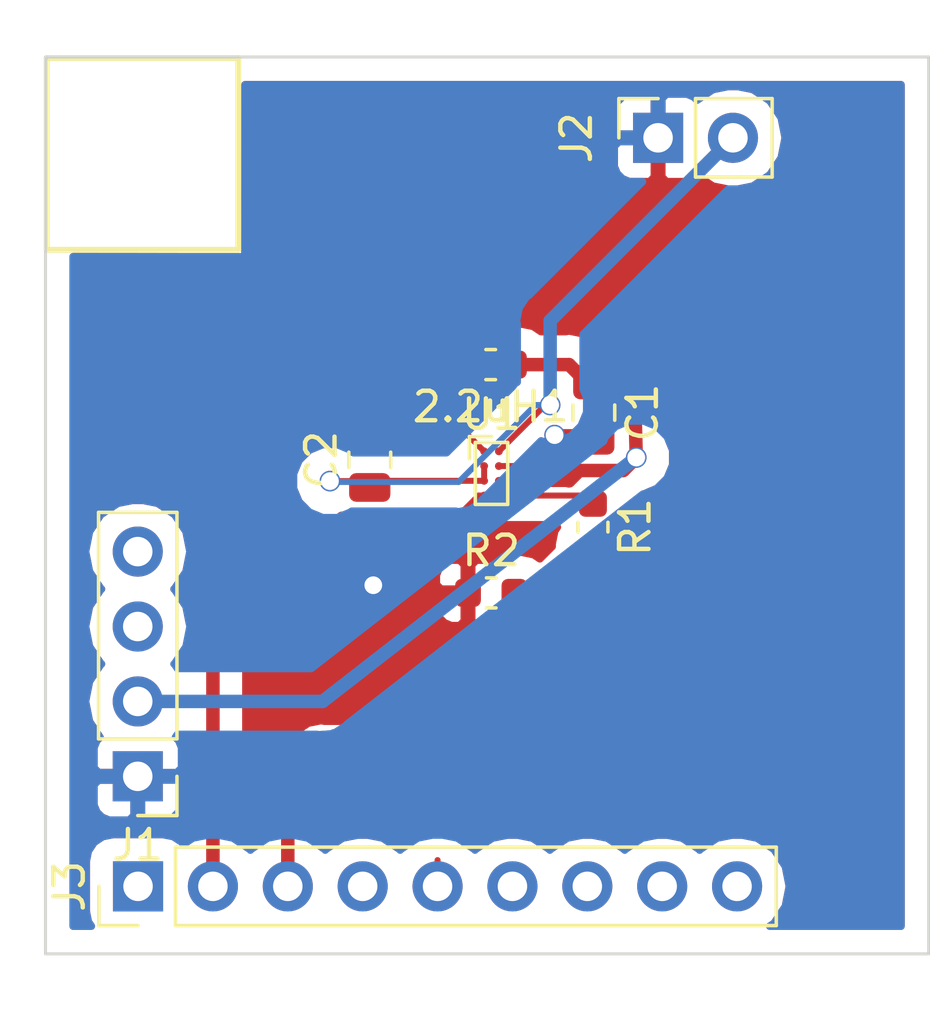
<source format=kicad_pcb>
(kicad_pcb (version 20171130) (host pcbnew "(5.0.1)-3")

  (general
    (thickness 1.6)
    (drawings 9)
    (tracks 59)
    (zones 0)
    (modules 9)
    (nets 9)
  )

  (page A4)
  (layers
    (0 F.Cu signal)
    (31 B.Cu signal)
    (32 B.Adhes user)
    (33 F.Adhes user)
    (34 B.Paste user)
    (35 F.Paste user)
    (36 B.SilkS user)
    (37 F.SilkS user)
    (38 B.Mask user)
    (39 F.Mask user)
    (40 Dwgs.User user)
    (41 Cmts.User user)
    (42 Eco1.User user)
    (43 Eco2.User user)
    (44 Edge.Cuts user)
    (45 Margin user)
    (46 B.CrtYd user)
    (47 F.CrtYd user)
    (48 B.Fab user)
    (49 F.Fab user)
  )

  (setup
    (last_trace_width 0.2032)
    (user_trace_width 0.1524)
    (user_trace_width 0.1524)
    (user_trace_width 0.4572)
    (user_trace_width 0.4572)
    (trace_clearance 0.1524)
    (zone_clearance 0.762)
    (zone_45_only no)
    (trace_min 0.0508)
    (segment_width 0.2)
    (edge_width 0.15)
    (via_size 0.7)
    (via_drill 0.6)
    (via_min_size 0.4)
    (via_min_drill 0.3)
    (uvia_size 0.7)
    (uvia_drill 0.6)
    (uvias_allowed no)
    (uvia_min_size 0.2)
    (uvia_min_drill 0.1)
    (pcb_text_width 0.3)
    (pcb_text_size 1.5 1.5)
    (mod_edge_width 0.15)
    (mod_text_size 1 1)
    (mod_text_width 0.15)
    (pad_size 1.524 1.524)
    (pad_drill 0.762)
    (pad_to_mask_clearance 0.051)
    (solder_mask_min_width 0.25)
    (aux_axis_origin 0 0)
    (grid_origin 183.23 72.93)
    (visible_elements 7FFFFFFF)
    (pcbplotparams
      (layerselection 0x01000_ffffffff)
      (usegerberextensions false)
      (usegerberattributes false)
      (usegerberadvancedattributes false)
      (creategerberjobfile false)
      (excludeedgelayer true)
      (linewidth 0.100000)
      (plotframeref false)
      (viasonmask false)
      (mode 1)
      (useauxorigin false)
      (hpglpennumber 1)
      (hpglpenspeed 20)
      (hpglpendiameter 15.000000)
      (psnegative false)
      (psa4output false)
      (plotreference true)
      (plotvalue true)
      (plotinvisibletext false)
      (padsonsilk false)
      (subtractmaskfromsilk false)
      (outputformat 1)
      (mirror false)
      (drillshape 0)
      (scaleselection 1)
      (outputdirectory "../Gerber/"))
  )

  (net 0 "")
  (net 1 "Net-(2.2uH1-Pad2)")
  (net 2 DGND)
  (net 3 /LOAD_IN)
  (net 4 /AIN_BAT_DIV_VOLTAGE)
  (net 5 /LOAD_SW_CTRL)
  (net 6 "Net-(R1-Pad1)")
  (net 7 DVDD)
  (net 8 "Net-(J3-Pad1)")

  (net_class Default "This is the default net class."
    (clearance 0.1524)
    (trace_width 0.2032)
    (via_dia 0.7)
    (via_drill 0.6)
    (uvia_dia 0.7)
    (uvia_drill 0.6)
    (add_net /AIN_BAT_DIV_VOLTAGE)
    (add_net /LOAD_IN)
    (add_net /LOAD_SW_CTRL)
    (add_net DGND)
    (add_net DVDD)
    (add_net "Net-(2.2uH1-Pad2)")
    (add_net "Net-(J3-Pad1)")
    (add_net "Net-(R1-Pad1)")
  )

  (net_class 6 ""
    (clearance 0.1524)
    (trace_width 0.1524)
    (via_dia 0.7)
    (via_drill 0.6)
    (uvia_dia 0.7)
    (uvia_drill 0.6)
  )

  (module Capacitor_SMD:C_0805_2012Metric (layer F.Cu) (tedit 5B36C52B) (tstamp 5D8F8439)
    (at 187.59 73.5575 270)
    (descr "Capacitor SMD 0805 (2012 Metric), square (rectangular) end terminal, IPC_7351 nominal, (Body size source: https://docs.google.com/spreadsheets/d/1BsfQQcO9C6DZCsRaXUlFlo91Tg2WpOkGARC1WS5S8t0/edit?usp=sharing), generated with kicad-footprint-generator")
    (tags capacitor)
    (path /5CB3F9D2)
    (attr smd)
    (fp_text reference C1 (at 0 -1.65 270) (layer F.SilkS)
      (effects (font (size 1 1) (thickness 0.15)))
    )
    (fp_text value 10uF (at 0 1.65 270) (layer F.Fab)
      (effects (font (size 1 1) (thickness 0.15)))
    )
    (fp_text user %R (at 0 0 270) (layer F.Fab)
      (effects (font (size 0.5 0.5) (thickness 0.08)))
    )
    (fp_line (start 1.68 0.95) (end -1.68 0.95) (layer F.CrtYd) (width 0.05))
    (fp_line (start 1.68 -0.95) (end 1.68 0.95) (layer F.CrtYd) (width 0.05))
    (fp_line (start -1.68 -0.95) (end 1.68 -0.95) (layer F.CrtYd) (width 0.05))
    (fp_line (start -1.68 0.95) (end -1.68 -0.95) (layer F.CrtYd) (width 0.05))
    (fp_line (start -0.258578 0.71) (end 0.258578 0.71) (layer F.SilkS) (width 0.12))
    (fp_line (start -0.258578 -0.71) (end 0.258578 -0.71) (layer F.SilkS) (width 0.12))
    (fp_line (start 1 0.6) (end -1 0.6) (layer F.Fab) (width 0.1))
    (fp_line (start 1 -0.6) (end 1 0.6) (layer F.Fab) (width 0.1))
    (fp_line (start -1 -0.6) (end 1 -0.6) (layer F.Fab) (width 0.1))
    (fp_line (start -1 0.6) (end -1 -0.6) (layer F.Fab) (width 0.1))
    (pad 2 smd roundrect (at 0.9375 0 270) (size 0.975 1.4) (layers F.Cu F.Paste F.Mask) (roundrect_rratio 0.25)
      (net 2 DGND))
    (pad 1 smd roundrect (at -0.9375 0 270) (size 0.975 1.4) (layers F.Cu F.Paste F.Mask) (roundrect_rratio 0.25)
      (net 7 DVDD))
    (model ${KISYS3DMOD}/Capacitor_SMD.3dshapes/C_0805_2012Metric.wrl
      (at (xyz 0 0 0))
      (scale (xyz 1 1 1))
      (rotate (xyz 0 0 0))
    )
  )

  (module Capacitor_SMD:C_0805_2012Metric (layer F.Cu) (tedit 5B36C52B) (tstamp 5D8564F0)
    (at 179.99 75.1575 90)
    (descr "Capacitor SMD 0805 (2012 Metric), square (rectangular) end terminal, IPC_7351 nominal, (Body size source: https://docs.google.com/spreadsheets/d/1BsfQQcO9C6DZCsRaXUlFlo91Tg2WpOkGARC1WS5S8t0/edit?usp=sharing), generated with kicad-footprint-generator")
    (tags capacitor)
    (path /5CBCA18F)
    (attr smd)
    (fp_text reference C2 (at 0 -1.65 90) (layer F.SilkS)
      (effects (font (size 1 1) (thickness 0.15)))
    )
    (fp_text value 10uF (at 0 1.65 90) (layer F.Fab)
      (effects (font (size 1 1) (thickness 0.15)))
    )
    (fp_text user %R (at 0 0 90) (layer F.Fab)
      (effects (font (size 0.5 0.5) (thickness 0.08)))
    )
    (fp_line (start 1.68 0.95) (end -1.68 0.95) (layer F.CrtYd) (width 0.05))
    (fp_line (start 1.68 -0.95) (end 1.68 0.95) (layer F.CrtYd) (width 0.05))
    (fp_line (start -1.68 -0.95) (end 1.68 -0.95) (layer F.CrtYd) (width 0.05))
    (fp_line (start -1.68 0.95) (end -1.68 -0.95) (layer F.CrtYd) (width 0.05))
    (fp_line (start -0.258578 0.71) (end 0.258578 0.71) (layer F.SilkS) (width 0.12))
    (fp_line (start -0.258578 -0.71) (end 0.258578 -0.71) (layer F.SilkS) (width 0.12))
    (fp_line (start 1 0.6) (end -1 0.6) (layer F.Fab) (width 0.1))
    (fp_line (start 1 -0.6) (end 1 0.6) (layer F.Fab) (width 0.1))
    (fp_line (start -1 -0.6) (end 1 -0.6) (layer F.Fab) (width 0.1))
    (fp_line (start -1 0.6) (end -1 -0.6) (layer F.Fab) (width 0.1))
    (pad 2 smd roundrect (at 0.9375 0 90) (size 0.975 1.4) (layers F.Cu F.Paste F.Mask) (roundrect_rratio 0.25)
      (net 2 DGND))
    (pad 1 smd roundrect (at -0.9375 0 90) (size 0.975 1.4) (layers F.Cu F.Paste F.Mask) (roundrect_rratio 0.25)
      (net 3 /LOAD_IN))
    (model ${KISYS3DMOD}/Capacitor_SMD.3dshapes/C_0805_2012Metric.wrl
      (at (xyz 0 0 0))
      (scale (xyz 1 1 1))
      (rotate (xyz 0 0 0))
    )
  )

  (module Resistor_SMD:R_0603_1608Metric (layer F.Cu) (tedit 5B301BBD) (tstamp 5D8556C0)
    (at 187.56 77.44 270)
    (descr "Resistor SMD 0603 (1608 Metric), square (rectangular) end terminal, IPC_7351 nominal, (Body size source: http://www.tortai-tech.com/upload/download/2011102023233369053.pdf), generated with kicad-footprint-generator")
    (tags resistor)
    (path /59C8E5B5)
    (attr smd)
    (fp_text reference R1 (at 0 -1.43 270) (layer F.SilkS)
      (effects (font (size 1 1) (thickness 0.15)))
    )
    (fp_text value 1M (at 0 1.43 270) (layer F.Fab)
      (effects (font (size 1 1) (thickness 0.15)))
    )
    (fp_text user %R (at 0 0 270) (layer F.Fab)
      (effects (font (size 0.4 0.4) (thickness 0.06)))
    )
    (fp_line (start 1.48 0.73) (end -1.48 0.73) (layer F.CrtYd) (width 0.05))
    (fp_line (start 1.48 -0.73) (end 1.48 0.73) (layer F.CrtYd) (width 0.05))
    (fp_line (start -1.48 -0.73) (end 1.48 -0.73) (layer F.CrtYd) (width 0.05))
    (fp_line (start -1.48 0.73) (end -1.48 -0.73) (layer F.CrtYd) (width 0.05))
    (fp_line (start -0.162779 0.51) (end 0.162779 0.51) (layer F.SilkS) (width 0.12))
    (fp_line (start -0.162779 -0.51) (end 0.162779 -0.51) (layer F.SilkS) (width 0.12))
    (fp_line (start 0.8 0.4) (end -0.8 0.4) (layer F.Fab) (width 0.1))
    (fp_line (start 0.8 -0.4) (end 0.8 0.4) (layer F.Fab) (width 0.1))
    (fp_line (start -0.8 -0.4) (end 0.8 -0.4) (layer F.Fab) (width 0.1))
    (fp_line (start -0.8 0.4) (end -0.8 -0.4) (layer F.Fab) (width 0.1))
    (pad 2 smd roundrect (at 0.7875 0 270) (size 0.875 0.95) (layers F.Cu F.Paste F.Mask) (roundrect_rratio 0.25)
      (net 4 /AIN_BAT_DIV_VOLTAGE))
    (pad 1 smd roundrect (at -0.7875 0 270) (size 0.875 0.95) (layers F.Cu F.Paste F.Mask) (roundrect_rratio 0.25)
      (net 6 "Net-(R1-Pad1)"))
    (model ${KISYS3DMOD}/Resistor_SMD.3dshapes/R_0603_1608Metric.wrl
      (at (xyz 0 0 0))
      (scale (xyz 1 1 1))
      (rotate (xyz 0 0 0))
    )
  )

  (module Connector_PinHeader_2.54mm:PinHeader_1x09_P2.54mm_Vertical (layer F.Cu) (tedit 5D8F766A) (tstamp 5DA34F0B)
    (at 172.13 89.62 90)
    (descr "Through hole straight pin header, 1x09, 2.54mm pitch, single row")
    (tags "Through hole pin header THT 1x09 2.54mm single row")
    (path /5D8F78CE)
    (fp_text reference J3 (at 0 -2.33 90) (layer F.SilkS)
      (effects (font (size 1 1) (thickness 0.15)))
    )
    (fp_text value Conn_01x03 (at 0 22.65 90) (layer F.Fab)
      (effects (font (size 1 1) (thickness 0.15)))
    )
    (fp_line (start -0.635 -1.27) (end 1.27 -1.27) (layer F.Fab) (width 0.1))
    (fp_line (start 1.27 -1.27) (end 1.27 21.59) (layer F.Fab) (width 0.1))
    (fp_line (start 1.27 21.59) (end -1.27 21.59) (layer F.Fab) (width 0.1))
    (fp_line (start -1.27 21.59) (end -1.27 -0.635) (layer F.Fab) (width 0.1))
    (fp_line (start -1.27 -0.635) (end -0.635 -1.27) (layer F.Fab) (width 0.1))
    (fp_line (start -1.33 21.65) (end 1.33 21.65) (layer F.SilkS) (width 0.12))
    (fp_line (start -1.33 1.27) (end -1.33 21.65) (layer F.SilkS) (width 0.12))
    (fp_line (start 1.33 1.27) (end 1.33 21.65) (layer F.SilkS) (width 0.12))
    (fp_line (start -1.33 1.27) (end 1.33 1.27) (layer F.SilkS) (width 0.12))
    (fp_line (start -1.33 0) (end -1.33 -1.33) (layer F.SilkS) (width 0.12))
    (fp_line (start -1.33 -1.33) (end 0 -1.33) (layer F.SilkS) (width 0.12))
    (fp_line (start -1.8 -1.8) (end -1.8 22.1) (layer F.CrtYd) (width 0.05))
    (fp_line (start -1.8 22.1) (end 1.8 22.1) (layer F.CrtYd) (width 0.05))
    (fp_line (start 1.8 22.1) (end 1.8 -1.8) (layer F.CrtYd) (width 0.05))
    (fp_line (start 1.8 -1.8) (end -1.8 -1.8) (layer F.CrtYd) (width 0.05))
    (fp_text user %R (at 0 10.16 180) (layer F.Fab)
      (effects (font (size 1 1) (thickness 0.15)))
    )
    (pad 1 thru_hole rect (at 0 0 90) (size 1.7 1.7) (drill 1) (layers *.Cu *.Mask)
      (net 8 "Net-(J3-Pad1)"))
    (pad 2 thru_hole oval (at 0 2.54 90) (size 1.7 1.7) (drill 1) (layers *.Cu *.Mask)
      (net 5 /LOAD_SW_CTRL))
    (pad 3 thru_hole oval (at 0 5.08 90) (size 1.7 1.7) (drill 1) (layers *.Cu *.Mask)
      (net 4 /AIN_BAT_DIV_VOLTAGE))
    (pad 4 thru_hole oval (at 0 7.62 90) (size 1.7 1.7) (drill 1) (layers *.Cu *.Mask))
    (pad 5 thru_hole oval (at 0 10.16 90) (size 1.7 1.7) (drill 1) (layers *.Cu *.Mask))
    (pad 6 thru_hole oval (at 0 12.7 90) (size 1.7 1.7) (drill 1) (layers *.Cu *.Mask))
    (pad 7 thru_hole oval (at 0 15.24 90) (size 1.7 1.7) (drill 1) (layers *.Cu *.Mask))
    (pad 8 thru_hole oval (at 0 17.78 90) (size 1.7 1.7) (drill 1) (layers *.Cu *.Mask))
    (pad 9 thru_hole oval (at 0 20.32 90) (size 1.7 1.7) (drill 1) (layers *.Cu *.Mask))
    (model ${KISYS3DMOD}/Connector_PinHeader_2.54mm.3dshapes/PinHeader_1x09_P2.54mm_Vertical.wrl
      (at (xyz 0 0 0))
      (scale (xyz 1 1 1))
      (rotate (xyz 0 0 0))
    )
  )

  (module Inductor_SMD:L_0603_1608Metric (layer F.Cu) (tedit 5B301BBE) (tstamp 5D856578)
    (at 184.0925 71.93 180)
    (descr "Inductor SMD 0603 (1608 Metric), square (rectangular) end terminal, IPC_7351 nominal, (Body size source: http://www.tortai-tech.com/upload/download/2011102023233369053.pdf), generated with kicad-footprint-generator")
    (tags inductor)
    (path /5D87D8F9)
    (attr smd)
    (fp_text reference 2.2uH1 (at 0 -1.43 180) (layer F.SilkS)
      (effects (font (size 1 1) (thickness 0.15)))
    )
    (fp_text value L (at 0 1.43 180) (layer F.Fab)
      (effects (font (size 1 1) (thickness 0.15)))
    )
    (fp_line (start -0.8 0.4) (end -0.8 -0.4) (layer F.Fab) (width 0.1))
    (fp_line (start -0.8 -0.4) (end 0.8 -0.4) (layer F.Fab) (width 0.1))
    (fp_line (start 0.8 -0.4) (end 0.8 0.4) (layer F.Fab) (width 0.1))
    (fp_line (start 0.8 0.4) (end -0.8 0.4) (layer F.Fab) (width 0.1))
    (fp_line (start -0.162779 -0.51) (end 0.162779 -0.51) (layer F.SilkS) (width 0.12))
    (fp_line (start -0.162779 0.51) (end 0.162779 0.51) (layer F.SilkS) (width 0.12))
    (fp_line (start -1.48 0.73) (end -1.48 -0.73) (layer F.CrtYd) (width 0.05))
    (fp_line (start -1.48 -0.73) (end 1.48 -0.73) (layer F.CrtYd) (width 0.05))
    (fp_line (start 1.48 -0.73) (end 1.48 0.73) (layer F.CrtYd) (width 0.05))
    (fp_line (start 1.48 0.73) (end -1.48 0.73) (layer F.CrtYd) (width 0.05))
    (fp_text user %R (at 0 0 180) (layer F.Fab)
      (effects (font (size 0.4 0.4) (thickness 0.06)))
    )
    (pad 1 smd roundrect (at -0.7875 0 180) (size 0.875 0.95) (layers F.Cu F.Paste F.Mask) (roundrect_rratio 0.25)
      (net 7 DVDD))
    (pad 2 smd roundrect (at 0.7875 0 180) (size 0.875 0.95) (layers F.Cu F.Paste F.Mask) (roundrect_rratio 0.25)
      (net 1 "Net-(2.2uH1-Pad2)"))
    (model ${KISYS3DMOD}/Inductor_SMD.3dshapes/L_0603_1608Metric.wrl
      (at (xyz 0 0 0))
      (scale (xyz 1 1 1))
      (rotate (xyz 0 0 0))
    )
  )

  (module Resistor_SMD:R_0603_1608Metric (layer F.Cu) (tedit 5B301BBD) (tstamp 5D8556D0)
    (at 184.11 79.67)
    (descr "Resistor SMD 0603 (1608 Metric), square (rectangular) end terminal, IPC_7351 nominal, (Body size source: http://www.tortai-tech.com/upload/download/2011102023233369053.pdf), generated with kicad-footprint-generator")
    (tags resistor)
    (path /59C8E2A5)
    (attr smd)
    (fp_text reference R2 (at 0 -1.43) (layer F.SilkS)
      (effects (font (size 1 1) (thickness 0.15)))
    )
    (fp_text value 1M (at 0 1.43) (layer F.Fab)
      (effects (font (size 1 1) (thickness 0.15)))
    )
    (fp_line (start -0.8 0.4) (end -0.8 -0.4) (layer F.Fab) (width 0.1))
    (fp_line (start -0.8 -0.4) (end 0.8 -0.4) (layer F.Fab) (width 0.1))
    (fp_line (start 0.8 -0.4) (end 0.8 0.4) (layer F.Fab) (width 0.1))
    (fp_line (start 0.8 0.4) (end -0.8 0.4) (layer F.Fab) (width 0.1))
    (fp_line (start -0.162779 -0.51) (end 0.162779 -0.51) (layer F.SilkS) (width 0.12))
    (fp_line (start -0.162779 0.51) (end 0.162779 0.51) (layer F.SilkS) (width 0.12))
    (fp_line (start -1.48 0.73) (end -1.48 -0.73) (layer F.CrtYd) (width 0.05))
    (fp_line (start -1.48 -0.73) (end 1.48 -0.73) (layer F.CrtYd) (width 0.05))
    (fp_line (start 1.48 -0.73) (end 1.48 0.73) (layer F.CrtYd) (width 0.05))
    (fp_line (start 1.48 0.73) (end -1.48 0.73) (layer F.CrtYd) (width 0.05))
    (fp_text user %R (at 0 0) (layer F.Fab)
      (effects (font (size 0.4 0.4) (thickness 0.06)))
    )
    (pad 1 smd roundrect (at -0.7875 0) (size 0.875 0.95) (layers F.Cu F.Paste F.Mask) (roundrect_rratio 0.25)
      (net 2 DGND))
    (pad 2 smd roundrect (at 0.7875 0) (size 0.875 0.95) (layers F.Cu F.Paste F.Mask) (roundrect_rratio 0.25)
      (net 4 /AIN_BAT_DIV_VOLTAGE))
    (model ${KISYS3DMOD}/Resistor_SMD.3dshapes/R_0603_1608Metric.wrl
      (at (xyz 0 0 0))
      (scale (xyz 1 1 1))
      (rotate (xyz 0 0 0))
    )
  )

  (module Package_BGA:Texas_DSBGA-8_0.9x1.9mm_Layout2x4_P0.5mm (layer F.Cu) (tedit 5A0AA1EB) (tstamp 5D8558EF)
    (at 184.12 75.62)
    (descr "Texas Instruments, DSBGA, 0.9x1.9mm, 8 bump 2x4 (perimeter) array, NSMD pad definition (http://www.ti.com/lit/ds/symlink/txb0102.pdf, http://www.ti.com/lit/an/snva009ag/snva009ag.pdf)")
    (tags "Texas Instruments DSBGA BGA YZP R-XBGA-N8")
    (path /5D842FD1)
    (solder_mask_margin 0.05)
    (attr smd)
    (fp_text reference U1 (at 0 -2) (layer F.SilkS)
      (effects (font (size 1 1) (thickness 0.15)))
    )
    (fp_text value TPS62746 (at 0 2) (layer F.Fab)
      (effects (font (size 1 1) (thickness 0.15)))
    )
    (fp_text user %R (at 0 0 90) (layer F.Fab)
      (effects (font (size 0.4 0.4) (thickness 0.05)))
    )
    (fp_line (start -0.47 -0.8) (end -0.3 -0.97) (layer F.Fab) (width 0.1))
    (fp_line (start -1.47 -1.97) (end -1.47 1.97) (layer F.CrtYd) (width 0.05))
    (fp_line (start 1.47 -1.97) (end -1.47 -1.97) (layer F.CrtYd) (width 0.05))
    (fp_line (start 1.47 1.97) (end 1.47 -1.97) (layer F.CrtYd) (width 0.05))
    (fp_line (start -1.47 1.97) (end 1.47 1.97) (layer F.CrtYd) (width 0.05))
    (fp_line (start -0.55 -1.05) (end -0.55 1.05) (layer F.SilkS) (width 0.12))
    (fp_line (start 0.55 -1.05) (end -0.55 -1.05) (layer F.SilkS) (width 0.12))
    (fp_line (start -0.47 -0.8) (end -0.47 0.97) (layer F.Fab) (width 0.1))
    (fp_line (start 0.47 -0.97) (end -0.3 -0.97) (layer F.Fab) (width 0.1))
    (fp_line (start 0.47 0.97) (end 0.47 -0.97) (layer F.Fab) (width 0.1))
    (fp_line (start -0.47 0.97) (end 0.47 0.97) (layer F.Fab) (width 0.1))
    (fp_line (start 0.55 -1.05) (end 0.55 1.05) (layer F.SilkS) (width 0.12))
    (fp_line (start -0.55 1.05) (end 0.55 1.05) (layer F.SilkS) (width 0.12))
    (fp_line (start 0 -1.25) (end -0.75 -1.25) (layer F.SilkS) (width 0.12))
    (fp_line (start -0.75 -1.25) (end -0.75 -1.25) (layer F.SilkS) (width 0.12))
    (fp_line (start -0.75 -1.25) (end -0.75 -0.5) (layer F.SilkS) (width 0.12))
    (pad D2 smd circle (at 0.25 0.75) (size 0.265 0.265) (layers F.Cu F.Mask)
      (net 6 "Net-(R1-Pad1)"))
    (pad D1 smd circle (at -0.25 0.75) (size 0.265 0.265) (layers F.Cu F.Mask)
      (net 5 /LOAD_SW_CTRL))
    (pad C1 smd circle (at -0.25 0.25) (size 0.265 0.265) (layers F.Cu F.Mask)
      (net 3 /LOAD_IN))
    (pad C2 smd circle (at 0.25 0.25) (size 0.265 0.265) (layers F.Cu F.Mask)
      (net 7 DVDD))
    (pad B2 smd circle (at 0.25 -0.25) (size 0.265 0.265) (layers F.Cu F.Mask)
      (net 2 DGND))
    (pad B1 smd circle (at -0.25 -0.25) (size 0.265 0.265) (layers F.Cu F.Mask)
      (net 3 /LOAD_IN))
    (pad A1 smd circle (at -0.25 -0.75) (size 0.265 0.265) (layers F.Cu F.Mask)
      (net 1 "Net-(2.2uH1-Pad2)"))
    (pad A2 smd circle (at 0.25 -0.75) (size 0.265 0.265) (layers F.Cu F.Mask)
      (net 3 /LOAD_IN))
    (pad "" smd rect (at 0.25 0.75) (size 0.3 0.3) (layers F.Paste))
    (pad "" smd rect (at -0.25 0.75) (size 0.3 0.3) (layers F.Paste))
    (pad "" smd rect (at -0.25 0.25) (size 0.3 0.3) (layers F.Paste))
    (pad "" smd rect (at 0.25 0.25) (size 0.3 0.3) (layers F.Paste))
    (pad "" smd rect (at 0.25 -0.25) (size 0.3 0.3) (layers F.Paste))
    (pad "" smd rect (at -0.25 -0.25) (size 0.3 0.3) (layers F.Paste))
    (pad "" smd rect (at -0.25 -0.75) (size 0.3 0.3) (layers F.Paste))
    (pad "" smd rect (at 0.25 -0.75) (size 0.3 0.3) (layers F.Paste))
    (model ${KISYS3DMOD}/Package_BGA.3dshapes/Texas_DSBGA-8_0.9x1.9mm_Layout2x4_P0.5mm.wrl
      (at (xyz 0 0 0))
      (scale (xyz 1 1 1))
      (rotate (xyz 0 0 0))
    )
  )

  (module Connector_PinHeader_2.54mm:PinHeader_1x04_P2.54mm_Vertical (layer F.Cu) (tedit 5D8F7542) (tstamp 5D8EB5B4)
    (at 172.12 85.89 180)
    (descr "Through hole straight pin header, 1x04, 2.54mm pitch, single row")
    (tags "Through hole pin header THT 1x04 2.54mm single row")
    (path /5D845004)
    (fp_text reference J1 (at 0 -2.33 180) (layer F.SilkS)
      (effects (font (size 1 1) (thickness 0.15)))
    )
    (fp_text value Conn_01x02 (at 0 9.95 180) (layer F.Fab)
      (effects (font (size 1 1) (thickness 0.15)))
    )
    (fp_line (start -0.635 -1.27) (end 1.27 -1.27) (layer F.Fab) (width 0.1))
    (fp_line (start 1.27 -1.27) (end 1.27 8.89) (layer F.Fab) (width 0.1))
    (fp_line (start 1.27 8.89) (end -1.27 8.89) (layer F.Fab) (width 0.1))
    (fp_line (start -1.27 8.89) (end -1.27 -0.635) (layer F.Fab) (width 0.1))
    (fp_line (start -1.27 -0.635) (end -0.635 -1.27) (layer F.Fab) (width 0.1))
    (fp_line (start -1.33 8.95) (end 1.33 8.95) (layer F.SilkS) (width 0.12))
    (fp_line (start -1.33 1.27) (end -1.33 8.95) (layer F.SilkS) (width 0.12))
    (fp_line (start 1.33 1.27) (end 1.33 8.95) (layer F.SilkS) (width 0.12))
    (fp_line (start -1.33 1.27) (end 1.33 1.27) (layer F.SilkS) (width 0.12))
    (fp_line (start -1.33 0) (end -1.33 -1.33) (layer F.SilkS) (width 0.12))
    (fp_line (start -1.33 -1.33) (end 0 -1.33) (layer F.SilkS) (width 0.12))
    (fp_line (start -1.8 -1.8) (end -1.8 9.4) (layer F.CrtYd) (width 0.05))
    (fp_line (start -1.8 9.4) (end 1.8 9.4) (layer F.CrtYd) (width 0.05))
    (fp_line (start 1.8 9.4) (end 1.8 -1.8) (layer F.CrtYd) (width 0.05))
    (fp_line (start 1.8 -1.8) (end -1.8 -1.8) (layer F.CrtYd) (width 0.05))
    (fp_text user %R (at 0 3.81 270) (layer F.Fab)
      (effects (font (size 1 1) (thickness 0.15)))
    )
    (pad 1 thru_hole rect (at 0 0 180) (size 1.7 1.7) (drill 1) (layers *.Cu *.Mask)
      (net 2 DGND))
    (pad 2 thru_hole oval (at 0 2.54 180) (size 1.7 1.7) (drill 1) (layers *.Cu *.Mask)
      (net 7 DVDD))
    (pad 3 thru_hole oval (at 0 5.08 180) (size 1.7 1.7) (drill 1) (layers *.Cu *.Mask))
    (pad 4 thru_hole oval (at 0 7.62 180) (size 1.7 1.7) (drill 1) (layers *.Cu *.Mask))
    (model ${KISYS3DMOD}/Connector_PinHeader_2.54mm.3dshapes/PinHeader_1x04_P2.54mm_Vertical.wrl
      (at (xyz 0 0 0))
      (scale (xyz 1 1 1))
      (rotate (xyz 0 0 0))
    )
  )

  (module Connector_PinSocket_2.54mm:PinSocket_1x02_P2.54mm_Vertical (layer F.Cu) (tedit 5D8F767B) (tstamp 5D8F8635)
    (at 189.77 64.24 90)
    (descr "Through hole straight socket strip, 1x02, 2.54mm pitch, single row (from Kicad 4.0.7), script generated")
    (tags "Through hole socket strip THT 1x02 2.54mm single row")
    (path /5D851B02)
    (fp_text reference J2 (at 0 -2.77 90) (layer F.SilkS)
      (effects (font (size 1 1) (thickness 0.15)))
    )
    (fp_text value Conn_01x02 (at 0 5.31 90) (layer F.Fab)
      (effects (font (size 1 1) (thickness 0.15)))
    )
    (fp_line (start -1.27 -1.27) (end 0.635 -1.27) (layer F.Fab) (width 0.1))
    (fp_line (start 0.635 -1.27) (end 1.27 -0.635) (layer F.Fab) (width 0.1))
    (fp_line (start 1.27 -0.635) (end 1.27 3.81) (layer F.Fab) (width 0.1))
    (fp_line (start 1.27 3.81) (end -1.27 3.81) (layer F.Fab) (width 0.1))
    (fp_line (start -1.27 3.81) (end -1.27 -1.27) (layer F.Fab) (width 0.1))
    (fp_line (start -1.33 1.27) (end 1.33 1.27) (layer F.SilkS) (width 0.12))
    (fp_line (start -1.33 1.27) (end -1.33 3.87) (layer F.SilkS) (width 0.12))
    (fp_line (start -1.33 3.87) (end 1.33 3.87) (layer F.SilkS) (width 0.12))
    (fp_line (start 1.33 1.27) (end 1.33 3.87) (layer F.SilkS) (width 0.12))
    (fp_line (start 1.33 -1.33) (end 1.33 0) (layer F.SilkS) (width 0.12))
    (fp_line (start 0 -1.33) (end 1.33 -1.33) (layer F.SilkS) (width 0.12))
    (fp_line (start -1.8 -1.8) (end 1.75 -1.8) (layer F.CrtYd) (width 0.05))
    (fp_line (start 1.75 -1.8) (end 1.75 4.3) (layer F.CrtYd) (width 0.05))
    (fp_line (start 1.75 4.3) (end -1.8 4.3) (layer F.CrtYd) (width 0.05))
    (fp_line (start -1.8 4.3) (end -1.8 -1.8) (layer F.CrtYd) (width 0.05))
    (fp_text user %R (at 0 1.27 270) (layer F.Fab)
      (effects (font (size 1 1) (thickness 0.15)))
    )
    (pad 1 thru_hole rect (at 0 0 90) (size 1.7 1.7) (drill 1) (layers *.Cu *.Mask)
      (net 2 DGND))
    (pad 2 thru_hole oval (at 0 2.54 90) (size 1.7 1.7) (drill 1) (layers *.Cu *.Mask)
      (net 3 /LOAD_IN))
    (model ${KISYS3DMOD}/Connector_PinSocket_2.54mm.3dshapes/PinSocket_1x02_P2.54mm_Vertical.wrl
      (at (xyz 0 0 0))
      (scale (xyz 1 1 1))
      (rotate (xyz 0 0 0))
    )
  )

  (gr_line (start 175.53 61.538) (end 175.53 68.038) (angle 90) (layer F.SilkS) (width 0.2) (tstamp 5D8EB2EA))
  (gr_line (start 175.53 68.038) (end 169.03 68.038) (angle 90) (layer F.SilkS) (width 0.2) (tstamp 5D8EB2F3))
  (gr_line (start 168.99 91.91) (end 198.95 91.91) (angle 90) (layer Edge.Cuts) (width 0.1) (tstamp 5DA36287))
  (gr_line (start 169.03 61.538) (end 175.53 61.538) (angle 90) (layer F.SilkS) (width 0.2) (tstamp 5D8EB2D8))
  (gr_line (start 168.99 61.5) (end 168.99 91.91) (angle 90) (layer Edge.Cuts) (width 0.1) (tstamp 5D8EB2ED))
  (gr_line (start 169.03 61.538) (end 169.03 61.558) (angle 90) (layer Edge.Cuts) (width 0.1) (tstamp 5D8EB2E7))
  (gr_line (start 169.03 68.038) (end 169.03 61.538) (angle 90) (layer F.SilkS) (width 0.2) (tstamp 5D8EB2E1))
  (gr_line (start 168.99 61.5) (end 198.95 61.5) (angle 90) (layer Edge.Cuts) (width 0.1) (tstamp 5D8EB2F6))
  (gr_line (start 198.95 61.5) (end 198.95 91.91) (angle 90) (layer Edge.Cuts) (width 0.1) (tstamp 5DA36287))

  (segment (start 182.29 88.73) (end 182.29 89.62) (width 0.2032) (layer F.Cu) (net 0))
  (segment (start 183.31 74.31) (end 183.87 74.87) (width 0.2032) (layer F.Cu) (net 1))
  (segment (start 183.31 72.83) (end 183.31 74.31) (width 0.2032) (layer F.Cu) (net 1))
  (segment (start 183.305 72.825) (end 183.305 71.93) (width 0.2032) (layer F.Cu) (net 1))
  (segment (start 183.31 72.83) (end 183.305 72.825) (width 0.2032) (layer F.Cu) (net 1))
  (via (at 186.26 74.32) (size 0.7) (drill 0.6) (layers F.Cu B.Cu) (net 2))
  (segment (start 187.59 74.345) (end 186.285 74.345) (width 0.4572) (layer F.Cu) (net 2))
  (segment (start 186.285 74.345) (end 186.26 74.32) (width 0.4572) (layer F.Cu) (net 2))
  (segment (start 185.21 75.37) (end 186.26 74.32) (width 0.2032) (layer F.Cu) (net 2))
  (segment (start 184.37 75.37) (end 185.21 75.37) (width 0.2032) (layer F.Cu) (net 2))
  (via (at 180.11 79.41) (size 0.7) (drill 0.6) (layers F.Cu B.Cu) (net 2))
  (segment (start 180.065 75.87) (end 179.99 75.945) (width 0.2032) (layer F.Cu) (net 3))
  (segment (start 183.87 75.87) (end 180.065 75.87) (width 0.2032) (layer F.Cu) (net 3))
  (via (at 186.11 73.3) (size 0.7) (drill 0.6) (layers F.Cu B.Cu) (net 3))
  (segment (start 184.37 74.87) (end 185.94 73.3) (width 0.2032) (layer F.Cu) (net 3))
  (segment (start 185.94 73.3) (end 186.11 73.3) (width 0.2032) (layer F.Cu) (net 3))
  (segment (start 185.615026 73.3) (end 183.005026 75.91) (width 0.2032) (layer B.Cu) (net 3))
  (segment (start 186.11 73.3) (end 185.615026 73.3) (width 0.2032) (layer B.Cu) (net 3))
  (via (at 178.64 75.88) (size 0.7) (drill 0.6) (layers F.Cu B.Cu) (net 3))
  (segment (start 183.005026 75.91) (end 178.67 75.91) (width 0.2032) (layer B.Cu) (net 3))
  (segment (start 178.67 75.91) (end 178.64 75.88) (width 0.2032) (layer B.Cu) (net 3))
  (segment (start 179.925 75.88) (end 179.99 75.945) (width 0.2032) (layer F.Cu) (net 3))
  (segment (start 178.64 75.88) (end 179.925 75.88) (width 0.2032) (layer F.Cu) (net 3))
  (segment (start 183.87 75.37) (end 183.87 75.87) (width 0.2032) (layer F.Cu) (net 3))
  (segment (start 186.11 70.44) (end 186.11 73.3) (width 0.4572) (layer B.Cu) (net 3))
  (segment (start 192.31 64.24) (end 186.11 70.44) (width 0.4572) (layer B.Cu) (net 3))
  (segment (start 186.0075 79.67) (end 184.8975 79.67) (width 0.2032) (layer F.Cu) (net 4))
  (segment (start 187.61 78.0675) (end 186.0075 79.67) (width 0.2032) (layer F.Cu) (net 4))
  (segment (start 184.8975 80.245) (end 184.91 80.2575) (width 0.4572) (layer F.Cu) (net 4))
  (segment (start 184.8975 79.67) (end 184.8975 80.245) (width 0.4572) (layer F.Cu) (net 4))
  (segment (start 184.91 80.2575) (end 184.91 84.02) (width 0.4572) (layer F.Cu) (net 4))
  (segment (start 184.91 84.02) (end 183.79 85.14) (width 0.4572) (layer F.Cu) (net 4))
  (segment (start 183.79 85.14) (end 178.34 85.14) (width 0.4572) (layer F.Cu) (net 4))
  (segment (start 177.21 86.27) (end 177.21 89.62) (width 0.4572) (layer F.Cu) (net 4))
  (segment (start 178.34 85.14) (end 177.21 86.27) (width 0.4572) (layer F.Cu) (net 4))
  (segment (start 183.682617 76.37) (end 182.912617 77.14) (width 0.2032) (layer F.Cu) (net 5))
  (segment (start 183.87 76.37) (end 183.682617 76.37) (width 0.2032) (layer F.Cu) (net 5))
  (segment (start 179.97 77.14) (end 179.06 77.14) (width 0.4572) (layer F.Cu) (net 5))
  (segment (start 174.67 81.53) (end 174.67 89.62) (width 0.4572) (layer F.Cu) (net 5))
  (segment (start 179.06 77.14) (end 174.67 81.53) (width 0.4572) (layer F.Cu) (net 5))
  (segment (start 179.97 77.14) (end 182.912617 77.14) (width 0.4572) (layer F.Cu) (net 5))
  (segment (start 187.4875 76.37) (end 187.61 76.4925) (width 0.2032) (layer F.Cu) (net 6))
  (segment (start 184.37 76.37) (end 187.4875 76.37) (width 0.2032) (layer F.Cu) (net 6))
  (segment (start 187.59 72.77) (end 188.165 72.77) (width 0.2032) (layer F.Cu) (net 7))
  (segment (start 186.75 71.93) (end 187.59 72.77) (width 0.4572) (layer F.Cu) (net 7))
  (segment (start 184.88 71.93) (end 186.75 71.93) (width 0.4572) (layer F.Cu) (net 7))
  (segment (start 184.37 75.87) (end 185.11 75.87) (width 0.2032) (layer F.Cu) (net 7))
  (segment (start 186.72261 75.85261) (end 185.12739 75.85261) (width 0.4572) (layer F.Cu) (net 7))
  (segment (start 186.74 75.87) (end 186.72261 75.85261) (width 0.4572) (layer F.Cu) (net 7))
  (segment (start 186.747513 75.87) (end 186.74 75.87) (width 0.4572) (layer F.Cu) (net 7))
  (segment (start 187.097513 75.52) (end 186.747513 75.87) (width 0.4572) (layer F.Cu) (net 7))
  (segment (start 189.03 75.08) (end 178.39 83.35) (width 0.4572) (layer B.Cu) (net 7))
  (segment (start 178.39 83.35) (end 172.12 83.35) (width 0.4572) (layer B.Cu) (net 7))
  (segment (start 185.12739 75.85261) (end 185.11 75.87) (width 0.4572) (layer F.Cu) (net 7))
  (segment (start 189.03 75.08) (end 188.97 72.77) (width 0.4572) (layer F.Cu) (net 7))
  (segment (start 188.97 72.77) (end 187.59 72.77) (width 0.4572) (layer F.Cu) (net 7))
  (segment (start 189.03 75.08) (end 188.59 75.52) (width 0.4572) (layer F.Cu) (net 7))
  (segment (start 188.59 75.52) (end 187.097513 75.52) (width 0.4572) (layer F.Cu) (net 7))
  (via (at 189.03 75.08) (size 0.7) (drill 0.6) (layers F.Cu B.Cu) (net 7))

  (zone (net 2) (net_name DGND) (layer F.Cu) (tstamp 5D97CC3E) (hatch edge 0.508)
    (connect_pads (clearance 0.762))
    (min_thickness 0.254)
    (fill yes (arc_segments 16) (thermal_gap 0.508) (thermal_bridge_width 0.508))
    (polygon
      (pts
        (xy 169.04 68.14) (xy 169.04 91.86) (xy 198.9 91.86) (xy 198.9 61.55) (xy 175.63 61.55)
        (xy 175.63 68.15)
      )
    )
    (filled_polygon
      (pts
        (xy 198.011001 90.971) (xy 193.558203 90.971) (xy 193.703749 90.873749) (xy 194.088102 90.298524) (xy 194.223069 89.62)
        (xy 194.088102 88.941476) (xy 193.703749 88.366251) (xy 193.128524 87.981898) (xy 192.621276 87.881) (xy 192.278724 87.881)
        (xy 191.771476 87.981898) (xy 191.196251 88.366251) (xy 191.18 88.390572) (xy 191.163749 88.366251) (xy 190.588524 87.981898)
        (xy 190.081276 87.881) (xy 189.738724 87.881) (xy 189.231476 87.981898) (xy 188.656251 88.366251) (xy 188.64 88.390572)
        (xy 188.623749 88.366251) (xy 188.048524 87.981898) (xy 187.541276 87.881) (xy 187.198724 87.881) (xy 186.691476 87.981898)
        (xy 186.116251 88.366251) (xy 186.1 88.390572) (xy 186.083749 88.366251) (xy 185.508524 87.981898) (xy 185.001276 87.881)
        (xy 184.658724 87.881) (xy 184.151476 87.981898) (xy 183.576251 88.366251) (xy 183.56 88.390572) (xy 183.543749 88.366251)
        (xy 182.968524 87.981898) (xy 182.947017 87.97762) (xy 182.676512 87.796875) (xy 182.29 87.719993) (xy 181.903487 87.796875)
        (xy 181.632983 87.97762) (xy 181.611476 87.981898) (xy 181.036251 88.366251) (xy 181.02 88.390572) (xy 181.003749 88.366251)
        (xy 180.428524 87.981898) (xy 179.921276 87.881) (xy 179.578724 87.881) (xy 179.071476 87.981898) (xy 178.496251 88.366251)
        (xy 178.48 88.390572) (xy 178.463749 88.366251) (xy 178.3276 88.275279) (xy 178.3276 86.732924) (xy 178.802925 86.2576)
        (xy 183.679927 86.2576) (xy 183.79 86.279495) (xy 183.900073 86.2576) (xy 184.226066 86.192756) (xy 184.595745 85.945745)
        (xy 184.6581 85.852425) (xy 185.622427 84.888098) (xy 185.715745 84.825745) (xy 185.962756 84.456066) (xy 186.0276 84.130073)
        (xy 186.049495 84.020001) (xy 186.0276 83.909929) (xy 186.0276 80.676009) (xy 186.105065 80.6606) (xy 186.105066 80.6606)
        (xy 186.394013 80.603125) (xy 186.721683 80.384183) (xy 186.776952 80.301467) (xy 187.507003 79.571416) (xy 187.81625 79.571416)
        (xy 188.246832 79.485768) (xy 188.611863 79.241863) (xy 188.855768 78.876832) (xy 188.941416 78.44625) (xy 188.941416 78.00875)
        (xy 188.855768 77.578168) (xy 188.763447 77.44) (xy 188.855768 77.301832) (xy 188.941416 76.87125) (xy 188.941416 76.589594)
        (xy 189.026066 76.572756) (xy 189.395745 76.325745) (xy 189.447628 76.248096) (xy 189.731837 76.130373) (xy 190.080373 75.781837)
        (xy 190.269 75.326452) (xy 190.269 74.833548) (xy 190.13305 74.505337) (xy 190.090462 72.865685) (xy 190.109495 72.77)
        (xy 190.084745 72.645573) (xy 190.084365 72.630946) (xy 190.063297 72.537749) (xy 190.022756 72.333934) (xy 190.014395 72.321422)
        (xy 190.011078 72.306746) (xy 189.891206 72.137055) (xy 189.775745 71.964255) (xy 189.763231 71.955893) (xy 189.754551 71.943606)
        (xy 189.578872 71.832709) (xy 189.406066 71.717244) (xy 189.391305 71.714308) (xy 189.378583 71.706277) (xy 189.173826 71.671049)
        (xy 189.080073 71.6524) (xy 189.065435 71.6524) (xy 188.940413 71.63089) (xy 188.909586 71.637859) (xy 188.85954 71.56296)
        (xy 188.486399 71.313635) (xy 188.04625 71.226084) (xy 187.626608 71.226084) (xy 187.6181 71.217575) (xy 187.555745 71.124255)
        (xy 187.186066 70.877244) (xy 186.860073 70.8124) (xy 186.75 70.790505) (xy 186.639927 70.8124) (xy 185.79598 70.8124)
        (xy 185.529332 70.634232) (xy 185.09875 70.548584) (xy 184.66125 70.548584) (xy 184.230668 70.634232) (xy 184.0925 70.726553)
        (xy 183.954332 70.634232) (xy 183.52375 70.548584) (xy 183.08625 70.548584) (xy 182.655668 70.634232) (xy 182.290637 70.878137)
        (xy 182.046732 71.243168) (xy 181.961084 71.67375) (xy 181.961084 72.18625) (xy 182.046732 72.616832) (xy 182.290637 72.981863)
        (xy 182.3194 73.001082) (xy 182.319401 74.212431) (xy 182.299993 74.31) (xy 182.368003 74.651904) (xy 182.376876 74.696513)
        (xy 182.499077 74.8794) (xy 181.306116 74.8794) (xy 181.325 74.833809) (xy 181.325 74.50575) (xy 181.16625 74.347)
        (xy 180.117 74.347) (xy 180.117 74.367) (xy 179.863 74.367) (xy 179.863 74.347) (xy 178.81375 74.347)
        (xy 178.655 74.50575) (xy 178.655 74.641) (xy 178.393548 74.641) (xy 177.938163 74.829627) (xy 177.589627 75.178163)
        (xy 177.401 75.633548) (xy 177.401 76.126452) (xy 177.589627 76.581837) (xy 177.813633 76.805843) (xy 173.957576 80.6619)
        (xy 173.874634 80.71732) (xy 173.758102 80.131476) (xy 173.373749 79.556251) (xy 173.349428 79.54) (xy 173.373749 79.523749)
        (xy 173.758102 78.948524) (xy 173.893069 78.27) (xy 173.758102 77.591476) (xy 173.373749 77.016251) (xy 172.798524 76.631898)
        (xy 172.291276 76.531) (xy 171.948724 76.531) (xy 171.441476 76.631898) (xy 170.866251 77.016251) (xy 170.481898 77.591476)
        (xy 170.346931 78.27) (xy 170.481898 78.948524) (xy 170.866251 79.523749) (xy 170.890572 79.54) (xy 170.866251 79.556251)
        (xy 170.481898 80.131476) (xy 170.346931 80.81) (xy 170.481898 81.488524) (xy 170.866251 82.063749) (xy 170.890572 82.08)
        (xy 170.866251 82.096251) (xy 170.481898 82.671476) (xy 170.346931 83.35) (xy 170.481898 84.028524) (xy 170.843009 84.568965)
        (xy 170.731673 84.680301) (xy 170.635 84.91369) (xy 170.635 85.60425) (xy 170.79375 85.763) (xy 171.993 85.763)
        (xy 171.993 85.743) (xy 172.247 85.743) (xy 172.247 85.763) (xy 172.267 85.763) (xy 172.267 86.017)
        (xy 172.247 86.017) (xy 172.247 87.21625) (xy 172.40575 87.375) (xy 173.096309 87.375) (xy 173.329698 87.278327)
        (xy 173.508327 87.099699) (xy 173.552401 86.993296) (xy 173.552401 88.083275) (xy 173.32687 87.932581) (xy 172.98 87.863584)
        (xy 171.28 87.863584) (xy 170.93313 87.932581) (xy 170.639067 88.129067) (xy 170.442581 88.42313) (xy 170.373584 88.77)
        (xy 170.373584 90.47) (xy 170.442581 90.81687) (xy 170.545567 90.971) (xy 169.929 90.971) (xy 169.929 86.17575)
        (xy 170.635 86.17575) (xy 170.635 86.86631) (xy 170.731673 87.099699) (xy 170.910302 87.278327) (xy 171.143691 87.375)
        (xy 171.83425 87.375) (xy 171.993 87.21625) (xy 171.993 86.017) (xy 170.79375 86.017) (xy 170.635 86.17575)
        (xy 169.929 86.17575) (xy 169.929 73.606191) (xy 178.655 73.606191) (xy 178.655 73.93425) (xy 178.81375 74.093)
        (xy 179.863 74.093) (xy 179.863 73.25625) (xy 180.117 73.25625) (xy 180.117 74.093) (xy 181.16625 74.093)
        (xy 181.325 73.93425) (xy 181.325 73.606191) (xy 181.228327 73.372802) (xy 181.049699 73.194173) (xy 180.81631 73.0975)
        (xy 180.27575 73.0975) (xy 180.117 73.25625) (xy 179.863 73.25625) (xy 179.70425 73.0975) (xy 179.16369 73.0975)
        (xy 178.930301 73.194173) (xy 178.751673 73.372802) (xy 178.655 73.606191) (xy 169.929 73.606191) (xy 169.929 68.268349)
        (xy 175.629807 68.277) (xy 175.678423 68.267406) (xy 175.719666 68.239939) (xy 175.747259 68.198779) (xy 175.757 68.15)
        (xy 175.757 64.52575) (xy 188.285 64.52575) (xy 188.285 65.216309) (xy 188.381673 65.449698) (xy 188.560301 65.628327)
        (xy 188.79369 65.725) (xy 189.48425 65.725) (xy 189.643 65.56625) (xy 189.643 64.367) (xy 188.44375 64.367)
        (xy 188.285 64.52575) (xy 175.757 64.52575) (xy 175.757 63.263691) (xy 188.285 63.263691) (xy 188.285 63.95425)
        (xy 188.44375 64.113) (xy 189.643 64.113) (xy 189.643 62.91375) (xy 189.897 62.91375) (xy 189.897 64.113)
        (xy 189.917 64.113) (xy 189.917 64.367) (xy 189.897 64.367) (xy 189.897 65.56625) (xy 190.05575 65.725)
        (xy 190.74631 65.725) (xy 190.979699 65.628327) (xy 191.091035 65.516991) (xy 191.631476 65.878102) (xy 192.138724 65.979)
        (xy 192.481276 65.979) (xy 192.988524 65.878102) (xy 193.563749 65.493749) (xy 193.948102 64.918524) (xy 194.083069 64.24)
        (xy 193.948102 63.561476) (xy 193.563749 62.986251) (xy 192.988524 62.601898) (xy 192.481276 62.501) (xy 192.138724 62.501)
        (xy 191.631476 62.601898) (xy 191.091035 62.963009) (xy 190.979699 62.851673) (xy 190.74631 62.755) (xy 190.05575 62.755)
        (xy 189.897 62.91375) (xy 189.643 62.91375) (xy 189.48425 62.755) (xy 188.79369 62.755) (xy 188.560301 62.851673)
        (xy 188.381673 63.030302) (xy 188.285 63.263691) (xy 175.757 63.263691) (xy 175.757 62.439) (xy 198.011 62.439)
      )
    )
    (filled_polygon
      (pts
        (xy 186.356553 77.44) (xy 186.264232 77.578168) (xy 186.178584 78.00875) (xy 186.178584 78.097996) (xy 185.759949 78.516632)
        (xy 185.546832 78.374232) (xy 185.11625 78.288584) (xy 184.67875 78.288584) (xy 184.248168 78.374232) (xy 183.938063 78.581437)
        (xy 183.886309 78.56) (xy 183.60825 78.56) (xy 183.4495 78.71875) (xy 183.4495 79.543) (xy 183.4695 79.543)
        (xy 183.4695 79.797) (xy 183.4495 79.797) (xy 183.4495 80.62125) (xy 183.60825 80.78) (xy 183.7924 80.78)
        (xy 183.792401 83.557074) (xy 183.327076 84.0224) (xy 178.450071 84.0224) (xy 178.339999 84.000505) (xy 178.229927 84.0224)
        (xy 177.903934 84.087244) (xy 177.534255 84.334255) (xy 177.471902 84.427573) (xy 176.497575 85.4019) (xy 176.404255 85.464255)
        (xy 176.204641 85.763) (xy 176.157244 85.833935) (xy 176.070505 86.27) (xy 176.0924 86.380074) (xy 176.092401 88.275279)
        (xy 175.956251 88.366251) (xy 175.94 88.390572) (xy 175.923749 88.366251) (xy 175.7876 88.275279) (xy 175.7876 81.992924)
        (xy 177.824774 79.95575) (xy 182.25 79.95575) (xy 182.25 80.27131) (xy 182.346673 80.504699) (xy 182.525302 80.683327)
        (xy 182.758691 80.78) (xy 183.03675 80.78) (xy 183.1955 80.62125) (xy 183.1955 79.797) (xy 182.40875 79.797)
        (xy 182.25 79.95575) (xy 177.824774 79.95575) (xy 178.711834 79.06869) (xy 182.25 79.06869) (xy 182.25 79.38425)
        (xy 182.40875 79.543) (xy 183.1955 79.543) (xy 183.1955 78.71875) (xy 183.03675 78.56) (xy 182.758691 78.56)
        (xy 182.525302 78.656673) (xy 182.346673 78.835301) (xy 182.25 79.06869) (xy 178.711834 79.06869) (xy 179.522925 78.2576)
        (xy 183.02269 78.2576) (xy 183.348683 78.192756) (xy 183.718362 77.945745) (xy 183.965373 77.576066) (xy 183.987199 77.466337)
        (xy 184.062037 77.3915) (xy 184.073189 77.3915) (xy 184.12 77.37211) (xy 184.166811 77.3915) (xy 184.573189 77.3915)
        (xy 184.647788 77.3606) (xy 186.303499 77.3606)
      )
    )
    (filled_polygon
      (pts
        (xy 186.255 74.622002) (xy 186.413748 74.622002) (xy 186.381355 74.654395) (xy 186.291768 74.714255) (xy 186.2779 74.73501)
        (xy 185.90591 74.73501) (xy 186.10192 74.539) (xy 186.255 74.539)
      )
    )
    (filled_polygon
      (pts
        (xy 187.717 74.368) (xy 187.737 74.368) (xy 187.737 74.4024) (xy 187.443 74.4024) (xy 187.443 74.368)
        (xy 187.463 74.368) (xy 187.463 74.348) (xy 187.717 74.348)
      )
    )
  )
  (zone (net 2) (net_name DGND) (layer B.Cu) (tstamp 5D97CC3B) (hatch edge 0.508)
    (connect_pads (clearance 0.762))
    (min_thickness 0.254)
    (fill yes (arc_segments 16) (thermal_gap 0.508) (thermal_bridge_width 0.508))
    (polygon
      (pts
        (xy 175.64 61.56) (xy 175.63 68.15) (xy 169.04 68.14) (xy 169.04 91.86) (xy 198.91 91.86)
        (xy 198.9 61.55)
      )
    )
    (filled_polygon
      (pts
        (xy 198.011001 90.971) (xy 193.558203 90.971) (xy 193.703749 90.873749) (xy 194.088102 90.298524) (xy 194.223069 89.62)
        (xy 194.088102 88.941476) (xy 193.703749 88.366251) (xy 193.128524 87.981898) (xy 192.621276 87.881) (xy 192.278724 87.881)
        (xy 191.771476 87.981898) (xy 191.196251 88.366251) (xy 191.18 88.390572) (xy 191.163749 88.366251) (xy 190.588524 87.981898)
        (xy 190.081276 87.881) (xy 189.738724 87.881) (xy 189.231476 87.981898) (xy 188.656251 88.366251) (xy 188.64 88.390572)
        (xy 188.623749 88.366251) (xy 188.048524 87.981898) (xy 187.541276 87.881) (xy 187.198724 87.881) (xy 186.691476 87.981898)
        (xy 186.116251 88.366251) (xy 186.1 88.390572) (xy 186.083749 88.366251) (xy 185.508524 87.981898) (xy 185.001276 87.881)
        (xy 184.658724 87.881) (xy 184.151476 87.981898) (xy 183.576251 88.366251) (xy 183.56 88.390572) (xy 183.543749 88.366251)
        (xy 182.968524 87.981898) (xy 182.461276 87.881) (xy 182.118724 87.881) (xy 181.611476 87.981898) (xy 181.036251 88.366251)
        (xy 181.02 88.390572) (xy 181.003749 88.366251) (xy 180.428524 87.981898) (xy 179.921276 87.881) (xy 179.578724 87.881)
        (xy 179.071476 87.981898) (xy 178.496251 88.366251) (xy 178.48 88.390572) (xy 178.463749 88.366251) (xy 177.888524 87.981898)
        (xy 177.381276 87.881) (xy 177.038724 87.881) (xy 176.531476 87.981898) (xy 175.956251 88.366251) (xy 175.94 88.390572)
        (xy 175.923749 88.366251) (xy 175.348524 87.981898) (xy 174.841276 87.881) (xy 174.498724 87.881) (xy 173.991476 87.981898)
        (xy 173.667321 88.198492) (xy 173.620933 88.129067) (xy 173.32687 87.932581) (xy 172.98 87.863584) (xy 171.28 87.863584)
        (xy 170.93313 87.932581) (xy 170.639067 88.129067) (xy 170.442581 88.42313) (xy 170.373584 88.77) (xy 170.373584 90.47)
        (xy 170.442581 90.81687) (xy 170.545567 90.971) (xy 169.929 90.971) (xy 169.929 86.17575) (xy 170.635 86.17575)
        (xy 170.635 86.86631) (xy 170.731673 87.099699) (xy 170.910302 87.278327) (xy 171.143691 87.375) (xy 171.83425 87.375)
        (xy 171.993 87.21625) (xy 171.993 86.017) (xy 172.247 86.017) (xy 172.247 87.21625) (xy 172.40575 87.375)
        (xy 173.096309 87.375) (xy 173.329698 87.278327) (xy 173.508327 87.099699) (xy 173.605 86.86631) (xy 173.605 86.17575)
        (xy 173.44625 86.017) (xy 172.247 86.017) (xy 171.993 86.017) (xy 170.79375 86.017) (xy 170.635 86.17575)
        (xy 169.929 86.17575) (xy 169.929 78.27) (xy 170.346931 78.27) (xy 170.481898 78.948524) (xy 170.866251 79.523749)
        (xy 170.890572 79.54) (xy 170.866251 79.556251) (xy 170.481898 80.131476) (xy 170.346931 80.81) (xy 170.481898 81.488524)
        (xy 170.866251 82.063749) (xy 170.890572 82.08) (xy 170.866251 82.096251) (xy 170.481898 82.671476) (xy 170.346931 83.35)
        (xy 170.481898 84.028524) (xy 170.843009 84.568965) (xy 170.731673 84.680301) (xy 170.635 84.91369) (xy 170.635 85.60425)
        (xy 170.79375 85.763) (xy 171.993 85.763) (xy 171.993 85.743) (xy 172.247 85.743) (xy 172.247 85.763)
        (xy 173.44625 85.763) (xy 173.605 85.60425) (xy 173.605 84.91369) (xy 173.508327 84.680301) (xy 173.396991 84.568965)
        (xy 173.464721 84.4676) (xy 178.209052 84.4676) (xy 178.248296 84.48065) (xy 178.430067 84.4676) (xy 178.500073 84.4676)
        (xy 178.539611 84.459735) (xy 178.691762 84.448812) (xy 178.755808 84.416731) (xy 178.826066 84.402756) (xy 178.952906 84.318005)
        (xy 178.988944 84.299953) (xy 179.04421 84.256997) (xy 179.195745 84.155745) (xy 179.218723 84.121356) (xy 189.257064 76.319)
        (xy 189.276452 76.319) (xy 189.731837 76.130373) (xy 190.080373 75.781837) (xy 190.269 75.326452) (xy 190.269 74.833548)
        (xy 190.080373 74.378163) (xy 189.731837 74.029627) (xy 189.276452 73.841) (xy 188.783548 73.841) (xy 188.328163 74.029627)
        (xy 187.979627 74.378163) (xy 187.916852 74.529714) (xy 178.006747 82.2324) (xy 173.464721 82.2324) (xy 173.373749 82.096251)
        (xy 173.349428 82.08) (xy 173.373749 82.063749) (xy 173.758102 81.488524) (xy 173.893069 80.81) (xy 173.758102 80.131476)
        (xy 173.373749 79.556251) (xy 173.349428 79.54) (xy 173.373749 79.523749) (xy 173.758102 78.948524) (xy 173.893069 78.27)
        (xy 173.758102 77.591476) (xy 173.373749 77.016251) (xy 172.798524 76.631898) (xy 172.291276 76.531) (xy 171.948724 76.531)
        (xy 171.441476 76.631898) (xy 170.866251 77.016251) (xy 170.481898 77.591476) (xy 170.346931 78.27) (xy 169.929 78.27)
        (xy 169.929 75.633548) (xy 177.401 75.633548) (xy 177.401 76.126452) (xy 177.589627 76.581837) (xy 177.938163 76.930373)
        (xy 178.393548 77.119) (xy 178.886452 77.119) (xy 179.341837 76.930373) (xy 179.37161 76.9006) (xy 182.907461 76.9006)
        (xy 183.005026 76.920007) (xy 183.102591 76.9006) (xy 183.102592 76.9006) (xy 183.391539 76.843125) (xy 183.719209 76.624183)
        (xy 183.774478 76.541467) (xy 185.802311 74.513635) (xy 185.863548 74.539) (xy 186.356452 74.539) (xy 186.811837 74.350373)
        (xy 187.160373 74.001837) (xy 187.349 73.546452) (xy 187.349 73.053548) (xy 187.2276 72.760463) (xy 187.2276 70.902924)
        (xy 192.151525 65.979) (xy 192.481276 65.979) (xy 192.988524 65.878102) (xy 193.563749 65.493749) (xy 193.948102 64.918524)
        (xy 194.083069 64.24) (xy 193.948102 63.561476) (xy 193.563749 62.986251) (xy 192.988524 62.601898) (xy 192.481276 62.501)
        (xy 192.138724 62.501) (xy 191.631476 62.601898) (xy 191.091035 62.963009) (xy 190.979699 62.851673) (xy 190.74631 62.755)
        (xy 190.05575 62.755) (xy 189.897 62.91375) (xy 189.897 64.113) (xy 189.917 64.113) (xy 189.917 64.367)
        (xy 189.897 64.367) (xy 189.897 64.387) (xy 189.643 64.387) (xy 189.643 64.367) (xy 188.44375 64.367)
        (xy 188.285 64.52575) (xy 188.285 65.216309) (xy 188.381673 65.449698) (xy 188.560301 65.628327) (xy 188.79369 65.725)
        (xy 189.244475 65.725) (xy 185.397576 69.5719) (xy 185.304255 69.634255) (xy 185.057245 70.003934) (xy 185.057244 70.003935)
        (xy 184.970505 70.44) (xy 184.9924 70.550074) (xy 184.992401 72.52464) (xy 184.900843 72.585817) (xy 184.845576 72.66853)
        (xy 182.594707 74.9194) (xy 179.43161 74.9194) (xy 179.341837 74.829627) (xy 178.886452 74.641) (xy 178.393548 74.641)
        (xy 177.938163 74.829627) (xy 177.589627 75.178163) (xy 177.401 75.633548) (xy 169.929 75.633548) (xy 169.929 68.268349)
        (xy 175.629807 68.277) (xy 175.678423 68.267406) (xy 175.719666 68.239939) (xy 175.747259 68.198779) (xy 175.757 68.150193)
        (xy 175.764415 63.263691) (xy 188.285 63.263691) (xy 188.285 63.95425) (xy 188.44375 64.113) (xy 189.643 64.113)
        (xy 189.643 62.91375) (xy 189.48425 62.755) (xy 188.79369 62.755) (xy 188.560301 62.851673) (xy 188.381673 63.030302)
        (xy 188.285 63.263691) (xy 175.764415 63.263691) (xy 175.765667 62.439) (xy 198.011 62.439)
      )
    )
  )
)

</source>
